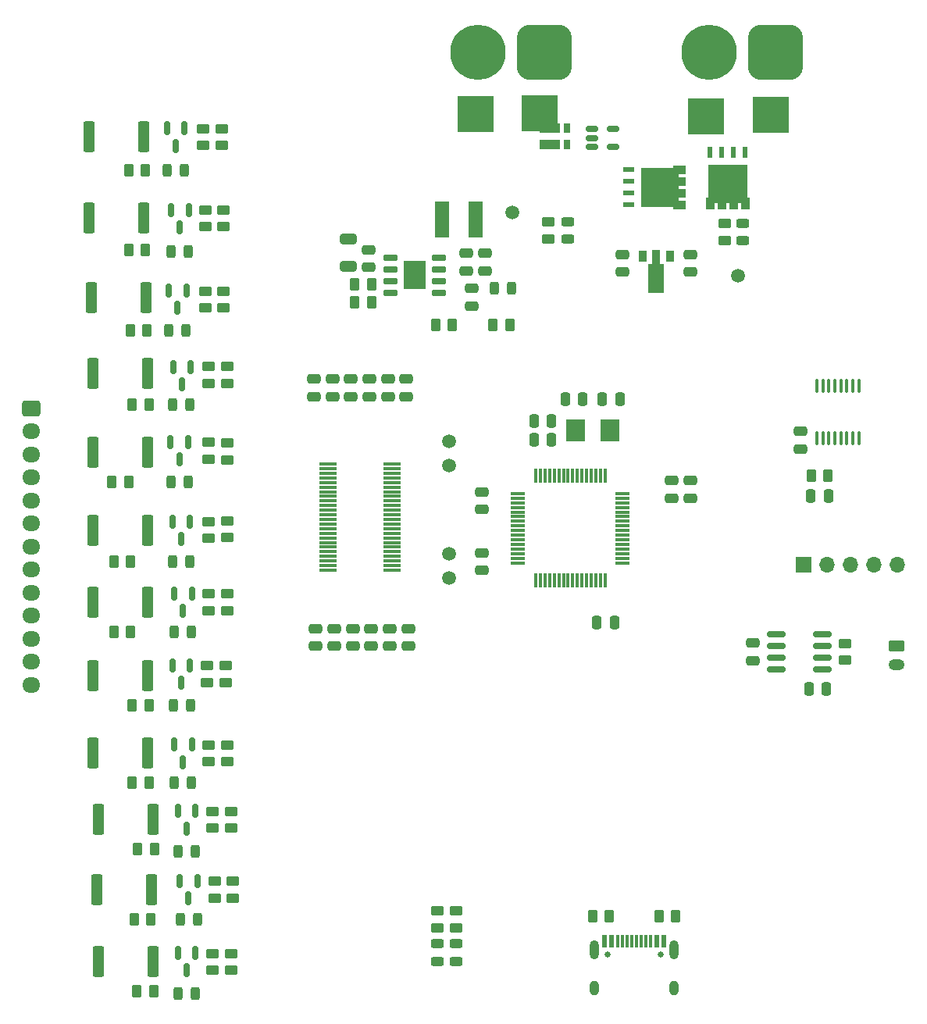
<source format=gbr>
%TF.GenerationSoftware,KiCad,Pcbnew,(6.0.7-1)-1*%
%TF.CreationDate,2022-08-24T14:53:57+02:00*%
%TF.ProjectId,Flux_BMS,466c7578-5f42-44d5-932e-6b696361645f,rev?*%
%TF.SameCoordinates,Original*%
%TF.FileFunction,Soldermask,Top*%
%TF.FilePolarity,Negative*%
%FSLAX46Y46*%
G04 Gerber Fmt 4.6, Leading zero omitted, Abs format (unit mm)*
G04 Created by KiCad (PCBNEW (6.0.7-1)-1) date 2022-08-24 14:53:57*
%MOMM*%
%LPD*%
G01*
G04 APERTURE LIST*
G04 Aperture macros list*
%AMRoundRect*
0 Rectangle with rounded corners*
0 $1 Rounding radius*
0 $2 $3 $4 $5 $6 $7 $8 $9 X,Y pos of 4 corners*
0 Add a 4 corners polygon primitive as box body*
4,1,4,$2,$3,$4,$5,$6,$7,$8,$9,$2,$3,0*
0 Add four circle primitives for the rounded corners*
1,1,$1+$1,$2,$3*
1,1,$1+$1,$4,$5*
1,1,$1+$1,$6,$7*
1,1,$1+$1,$8,$9*
0 Add four rect primitives between the rounded corners*
20,1,$1+$1,$2,$3,$4,$5,0*
20,1,$1+$1,$4,$5,$6,$7,0*
20,1,$1+$1,$6,$7,$8,$9,0*
20,1,$1+$1,$8,$9,$2,$3,0*%
%AMFreePoly0*
4,1,9,3.862500,-0.866500,0.737500,-0.866500,0.737500,-0.450000,-0.737500,-0.450000,-0.737500,0.450000,0.737500,0.450000,0.737500,0.866500,3.862500,0.866500,3.862500,-0.866500,3.862500,-0.866500,$1*%
G04 Aperture macros list end*
%ADD10C,0.010000*%
%ADD11RoundRect,0.243750X0.456250X-0.243750X0.456250X0.243750X-0.456250X0.243750X-0.456250X-0.243750X0*%
%ADD12RoundRect,0.250000X-0.450000X0.262500X-0.450000X-0.262500X0.450000X-0.262500X0.450000X0.262500X0*%
%ADD13C,1.500000*%
%ADD14RoundRect,0.250000X-0.362500X-1.425000X0.362500X-1.425000X0.362500X1.425000X-0.362500X1.425000X0*%
%ADD15RoundRect,0.150000X-0.650000X-0.150000X0.650000X-0.150000X0.650000X0.150000X-0.650000X0.150000X0*%
%ADD16R,2.410000X3.100000*%
%ADD17RoundRect,1.500000X1.500000X1.500000X-1.500000X1.500000X-1.500000X-1.500000X1.500000X-1.500000X0*%
%ADD18C,6.000000*%
%ADD19RoundRect,0.250000X0.650000X-0.325000X0.650000X0.325000X-0.650000X0.325000X-0.650000X-0.325000X0*%
%ADD20RoundRect,0.250000X-0.250000X-0.475000X0.250000X-0.475000X0.250000X0.475000X-0.250000X0.475000X0*%
%ADD21RoundRect,0.250000X-0.725000X0.600000X-0.725000X-0.600000X0.725000X-0.600000X0.725000X0.600000X0*%
%ADD22O,1.950000X1.700000*%
%ADD23RoundRect,0.250000X-0.262500X-0.450000X0.262500X-0.450000X0.262500X0.450000X-0.262500X0.450000X0*%
%ADD24RoundRect,0.250000X-0.475000X0.250000X-0.475000X-0.250000X0.475000X-0.250000X0.475000X0.250000X0*%
%ADD25R,2.287000X1.010000*%
%ADD26R,0.762000X1.010000*%
%ADD27C,0.600000*%
%ADD28R,4.000000X4.000000*%
%ADD29RoundRect,0.250000X0.450000X-0.262500X0.450000X0.262500X-0.450000X0.262500X-0.450000X-0.262500X0*%
%ADD30C,0.650000*%
%ADD31R,0.600000X1.450000*%
%ADD32R,0.300000X1.450000*%
%ADD33O,1.000000X1.600000*%
%ADD34O,1.000000X2.100000*%
%ADD35RoundRect,0.150000X-0.150000X0.587500X-0.150000X-0.587500X0.150000X-0.587500X0.150000X0.587500X0*%
%ADD36RoundRect,0.243750X-0.243750X-0.456250X0.243750X-0.456250X0.243750X0.456250X-0.243750X0.456250X0*%
%ADD37R,0.610000X1.270000*%
%ADD38RoundRect,0.250000X0.475000X-0.250000X0.475000X0.250000X-0.475000X0.250000X-0.475000X-0.250000X0*%
%ADD39RoundRect,0.150000X-0.825000X-0.150000X0.825000X-0.150000X0.825000X0.150000X-0.825000X0.150000X0*%
%ADD40RoundRect,0.250000X0.250000X0.475000X-0.250000X0.475000X-0.250000X-0.475000X0.250000X-0.475000X0*%
%ADD41RoundRect,0.250000X0.262500X0.450000X-0.262500X0.450000X-0.262500X-0.450000X0.262500X-0.450000X0*%
%ADD42R,0.900000X1.300000*%
%ADD43FreePoly0,270.000000*%
%ADD44RoundRect,0.100000X0.100000X-0.637500X0.100000X0.637500X-0.100000X0.637500X-0.100000X-0.637500X0*%
%ADD45R,2.000000X2.400000*%
%ADD46R,1.700000X1.700000*%
%ADD47O,1.700000X1.700000*%
%ADD48R,1.270000X0.610000*%
%ADD49RoundRect,0.075000X-0.875000X-0.075000X0.875000X-0.075000X0.875000X0.075000X-0.875000X0.075000X0*%
%ADD50R,1.500000X4.000000*%
%ADD51RoundRect,0.075000X-0.075000X0.700000X-0.075000X-0.700000X0.075000X-0.700000X0.075000X0.700000X0*%
%ADD52RoundRect,0.075000X-0.700000X0.075000X-0.700000X-0.075000X0.700000X-0.075000X0.700000X0.075000X0*%
%ADD53RoundRect,0.250000X-0.625000X0.350000X-0.625000X-0.350000X0.625000X-0.350000X0.625000X0.350000X0*%
%ADD54O,1.750000X1.200000*%
%ADD55RoundRect,0.150000X-0.512500X-0.150000X0.512500X-0.150000X0.512500X0.150000X-0.512500X0.150000X0*%
G04 APERTURE END LIST*
%TO.C,Q14*%
G36*
X156455000Y-61550000D02*
G01*
X156710000Y-61550000D01*
X156710000Y-62770000D01*
X155900000Y-62770000D01*
X155900000Y-62060000D01*
X155440000Y-62060000D01*
X155440000Y-62770000D01*
X154630000Y-62770000D01*
X154630000Y-62060000D01*
X154170000Y-62060000D01*
X154170000Y-62770000D01*
X153360000Y-62770000D01*
X153360000Y-62060000D01*
X152900000Y-62060000D01*
X152900000Y-62770000D01*
X152090000Y-62770000D01*
X152090000Y-61550000D01*
X152345000Y-61550000D01*
X152345000Y-58050000D01*
X156455000Y-58050000D01*
X156455000Y-61550000D01*
G37*
D10*
X156455000Y-61550000D02*
X156710000Y-61550000D01*
X156710000Y-62770000D01*
X155900000Y-62770000D01*
X155900000Y-62060000D01*
X155440000Y-62060000D01*
X155440000Y-62770000D01*
X154630000Y-62770000D01*
X154630000Y-62060000D01*
X154170000Y-62060000D01*
X154170000Y-62770000D01*
X153360000Y-62770000D01*
X153360000Y-62060000D01*
X152900000Y-62060000D01*
X152900000Y-62770000D01*
X152090000Y-62770000D01*
X152090000Y-61550000D01*
X152345000Y-61550000D01*
X152345000Y-58050000D01*
X156455000Y-58050000D01*
X156455000Y-61550000D01*
%TO.C,Q13*%
G36*
X149770000Y-58900000D02*
G01*
X149060000Y-58900000D01*
X149060000Y-59360000D01*
X149770000Y-59360000D01*
X149770000Y-60170000D01*
X149060000Y-60170000D01*
X149060000Y-60630000D01*
X149770000Y-60630000D01*
X149770000Y-61440000D01*
X149060000Y-61440000D01*
X149060000Y-61900000D01*
X149770000Y-61900000D01*
X149770000Y-62710000D01*
X148550000Y-62710000D01*
X148550000Y-62455000D01*
X145050000Y-62455000D01*
X145050000Y-58345000D01*
X148550000Y-58345000D01*
X148550000Y-58090000D01*
X149770000Y-58090000D01*
X149770000Y-58900000D01*
G37*
X149770000Y-58900000D02*
X149060000Y-58900000D01*
X149060000Y-59360000D01*
X149770000Y-59360000D01*
X149770000Y-60170000D01*
X149060000Y-60170000D01*
X149060000Y-60630000D01*
X149770000Y-60630000D01*
X149770000Y-61440000D01*
X149060000Y-61440000D01*
X149060000Y-61900000D01*
X149770000Y-61900000D01*
X149770000Y-62710000D01*
X148550000Y-62710000D01*
X148550000Y-62455000D01*
X145050000Y-62455000D01*
X145050000Y-58345000D01*
X148550000Y-58345000D01*
X148550000Y-58090000D01*
X149770000Y-58090000D01*
X149770000Y-58900000D01*
%TD*%
D11*
%TO.C,D16*%
X156100000Y-66237500D03*
X156100000Y-64362500D03*
%TD*%
D12*
%TO.C,R20*%
X99600000Y-54087500D03*
X99600000Y-55912500D03*
%TD*%
D13*
%TO.C,TP1*%
X131105000Y-63150000D03*
%TD*%
D14*
%TO.C,R3*%
X85437500Y-72400000D03*
X91362500Y-72400000D03*
%TD*%
D15*
%TO.C,U7*%
X117855000Y-68045000D03*
X117855000Y-69315000D03*
X117855000Y-70585000D03*
X117855000Y-71855000D03*
X123155000Y-71855000D03*
X123155000Y-70585000D03*
X123155000Y-69315000D03*
X123155000Y-68045000D03*
D16*
X120505000Y-69950000D03*
%TD*%
D11*
%TO.C,D2*%
X125010000Y-144337500D03*
X125010000Y-142462500D03*
%TD*%
D17*
%TO.C,J6*%
X159600000Y-45800000D03*
D18*
X152400000Y-45800000D03*
%TD*%
D19*
%TO.C,C33*%
X113305000Y-69025000D03*
X113305000Y-66075000D03*
%TD*%
D20*
%TO.C,C15*%
X136850000Y-83400000D03*
X138750000Y-83400000D03*
%TD*%
D21*
%TO.C,J1*%
X78925000Y-84400000D03*
D22*
X78925000Y-86900000D03*
X78925000Y-89400000D03*
X78925000Y-91900000D03*
X78925000Y-94400000D03*
X78925000Y-96900000D03*
X78925000Y-99400000D03*
X78925000Y-101900000D03*
X78925000Y-104400000D03*
X78925000Y-106900000D03*
X78925000Y-109400000D03*
X78925000Y-111900000D03*
X78925000Y-114400000D03*
%TD*%
D23*
%TO.C,R42*%
X89887500Y-84000000D03*
X91712500Y-84000000D03*
%TD*%
D12*
%TO.C,R35*%
X100200000Y-120887500D03*
X100200000Y-122712500D03*
%TD*%
D13*
%TO.C,TP2*%
X124200000Y-100200000D03*
%TD*%
D23*
%TO.C,R51*%
X89487500Y-67200000D03*
X91312500Y-67200000D03*
%TD*%
D24*
%TO.C,C38*%
X143000000Y-67750000D03*
X143000000Y-69650000D03*
%TD*%
D25*
%TO.C,R67*%
X135128000Y-54015000D03*
D26*
X137034000Y-54015000D03*
X137034000Y-55785000D03*
D25*
X135128500Y-55785000D03*
%TD*%
D12*
%TO.C,R2*%
X99800000Y-71687500D03*
X99800000Y-73512500D03*
%TD*%
D27*
%TO.C,TP7*%
X133600000Y-52960000D03*
X135600000Y-53960000D03*
X132600000Y-52960000D03*
X134600000Y-52960000D03*
X133600000Y-53960000D03*
X134600000Y-53960000D03*
X133600000Y-51960000D03*
X132600000Y-51960000D03*
X134600000Y-50960000D03*
X135600000Y-50960000D03*
X135600000Y-52960000D03*
D28*
X134100000Y-52460000D03*
D27*
X132600000Y-50960000D03*
X135600000Y-51960000D03*
X134600000Y-51960000D03*
X133600000Y-50960000D03*
X132600000Y-53960000D03*
%TD*%
D29*
%TO.C,R59*%
X154100000Y-66212500D03*
X154100000Y-64387500D03*
%TD*%
D12*
%TO.C,R32*%
X99800000Y-62887500D03*
X99800000Y-64712500D03*
%TD*%
%TO.C,R14*%
X100200000Y-104487500D03*
X100200000Y-106312500D03*
%TD*%
D14*
%TO.C,R33*%
X85237500Y-63800000D03*
X91162500Y-63800000D03*
%TD*%
D30*
%TO.C,J5*%
X147190000Y-143600000D03*
X141410000Y-143600000D03*
D31*
X141050000Y-142155000D03*
X141850000Y-142155000D03*
D32*
X143050000Y-142155000D03*
X144050000Y-142155000D03*
X144550000Y-142155000D03*
X145550000Y-142155000D03*
D31*
X146750000Y-142155000D03*
X147550000Y-142155000D03*
X147550000Y-142155000D03*
X146750000Y-142155000D03*
D32*
X146050000Y-142155000D03*
X145050000Y-142155000D03*
X143550000Y-142155000D03*
X142550000Y-142155000D03*
D31*
X141850000Y-142155000D03*
X141050000Y-142155000D03*
D33*
X139980000Y-147250000D03*
D34*
X148620000Y-143070000D03*
X139980000Y-143070000D03*
D33*
X148620000Y-147250000D03*
%TD*%
D35*
%TO.C,Q7*%
X95550000Y-54062500D03*
X93650000Y-54062500D03*
X94600000Y-55937500D03*
%TD*%
D36*
%TO.C,D3*%
X93862500Y-76000000D03*
X95737500Y-76000000D03*
%TD*%
D37*
%TO.C,Q14*%
X153765000Y-56695000D03*
X155035000Y-56695000D03*
X156305000Y-56695000D03*
X152495000Y-56695000D03*
%TD*%
D38*
%TO.C,C4*%
X119600000Y-83150000D03*
X119600000Y-81250000D03*
%TD*%
D20*
%TO.C,C24*%
X163250000Y-114800000D03*
X165150000Y-114800000D03*
%TD*%
D35*
%TO.C,Q12*%
X96350000Y-120862500D03*
X94450000Y-120862500D03*
X95400000Y-122737500D03*
%TD*%
D39*
%TO.C,U4*%
X159725000Y-108895000D03*
X159725000Y-110165000D03*
X159725000Y-111435000D03*
X159725000Y-112705000D03*
X164675000Y-112705000D03*
X164675000Y-111435000D03*
X164675000Y-110165000D03*
X164675000Y-108895000D03*
%TD*%
D35*
%TO.C,Q5*%
X96350000Y-104462500D03*
X94450000Y-104462500D03*
X95400000Y-106337500D03*
%TD*%
D14*
%TO.C,R9*%
X85637500Y-89200000D03*
X91562500Y-89200000D03*
%TD*%
D20*
%TO.C,C20*%
X133450000Y-87800000D03*
X135350000Y-87800000D03*
%TD*%
D40*
%TO.C,C13*%
X142750000Y-83400000D03*
X140850000Y-83400000D03*
%TD*%
D23*
%TO.C,R65*%
X146987500Y-139500000D03*
X148812500Y-139500000D03*
%TD*%
D14*
%TO.C,R27*%
X86037500Y-136600000D03*
X91962500Y-136600000D03*
%TD*%
D36*
%TO.C,D15*%
X129167500Y-71350000D03*
X131042500Y-71350000D03*
%TD*%
D20*
%TO.C,C22*%
X163449159Y-93869520D03*
X165349159Y-93869520D03*
%TD*%
D24*
%TO.C,C35*%
X126705000Y-71400000D03*
X126705000Y-73300000D03*
%TD*%
D12*
%TO.C,R8*%
X100200000Y-88175000D03*
X100200000Y-90000000D03*
%TD*%
D11*
%TO.C,D1*%
X123000000Y-144337500D03*
X123000000Y-142462500D03*
%TD*%
D12*
%TO.C,R5*%
X100200000Y-79887500D03*
X100200000Y-81712500D03*
%TD*%
D14*
%TO.C,R15*%
X85637500Y-105400000D03*
X91562500Y-105400000D03*
%TD*%
D23*
%TO.C,R41*%
X89687500Y-76000000D03*
X91512500Y-76000000D03*
%TD*%
%TO.C,R49*%
X90087500Y-139800000D03*
X91912500Y-139800000D03*
%TD*%
D14*
%TO.C,R30*%
X86237500Y-144400000D03*
X92162500Y-144400000D03*
%TD*%
D41*
%TO.C,R58*%
X124617500Y-75350000D03*
X122792500Y-75350000D03*
%TD*%
D14*
%TO.C,R18*%
X85637500Y-113400000D03*
X91562500Y-113400000D03*
%TD*%
D35*
%TO.C,Q11*%
X96012500Y-62912500D03*
X94112500Y-62912500D03*
X95062500Y-64787500D03*
%TD*%
D42*
%TO.C,U8*%
X148200000Y-67912500D03*
D43*
X146700000Y-68000000D03*
D42*
X145200000Y-67912500D03*
%TD*%
D11*
%TO.C,D17*%
X137100000Y-66037500D03*
X137100000Y-64162500D03*
%TD*%
D13*
%TO.C,TP3*%
X124200000Y-102800000D03*
%TD*%
D24*
%TO.C,C9*%
X109800000Y-108300000D03*
X109800000Y-110200000D03*
%TD*%
D27*
%TO.C,TP10*%
X160600000Y-54125000D03*
X159600000Y-53125000D03*
X157600000Y-51125000D03*
X159600000Y-51125000D03*
X158600000Y-51125000D03*
X160600000Y-51125000D03*
X157600000Y-53125000D03*
D28*
X159100000Y-52625000D03*
D27*
X159600000Y-52125000D03*
X159600000Y-54125000D03*
X160600000Y-53125000D03*
X158600000Y-53125000D03*
X158600000Y-54125000D03*
X158600000Y-52125000D03*
X157600000Y-52125000D03*
X157600000Y-54125000D03*
X160600000Y-52125000D03*
%TD*%
D24*
%TO.C,C8*%
X111800000Y-108300000D03*
X111800000Y-110200000D03*
%TD*%
D29*
%TO.C,R19*%
X97600000Y-55912500D03*
X97600000Y-54087500D03*
%TD*%
D36*
%TO.C,D10*%
X94862500Y-132400000D03*
X96737500Y-132400000D03*
%TD*%
D23*
%TO.C,R55*%
X113992500Y-70950000D03*
X115817500Y-70950000D03*
%TD*%
D24*
%TO.C,C5*%
X117800000Y-108300000D03*
X117800000Y-110200000D03*
%TD*%
D36*
%TO.C,D12*%
X94862500Y-147800000D03*
X96737500Y-147800000D03*
%TD*%
D44*
%TO.C,U3*%
X164124159Y-87662020D03*
X164774159Y-87662020D03*
X165424159Y-87662020D03*
X166074159Y-87662020D03*
X166724159Y-87662020D03*
X167374159Y-87662020D03*
X168024159Y-87662020D03*
X168674159Y-87662020D03*
X168674159Y-81937020D03*
X168024159Y-81937020D03*
X167374159Y-81937020D03*
X166724159Y-81937020D03*
X166074159Y-81937020D03*
X165424159Y-81937020D03*
X164774159Y-81937020D03*
X164124159Y-81937020D03*
%TD*%
D36*
%TO.C,D13*%
X94062500Y-67400000D03*
X95937500Y-67400000D03*
%TD*%
D29*
%TO.C,R16*%
X98000000Y-114112500D03*
X98000000Y-112287500D03*
%TD*%
D38*
%TO.C,C7*%
X109600000Y-83150000D03*
X109600000Y-81250000D03*
%TD*%
D12*
%TO.C,R40*%
X167200000Y-109887500D03*
X167200000Y-111712500D03*
%TD*%
D35*
%TO.C,Q4*%
X96150000Y-96662500D03*
X94250000Y-96662500D03*
X95200000Y-98537500D03*
%TD*%
%TO.C,Q3*%
X95950000Y-88062500D03*
X94050000Y-88062500D03*
X95000000Y-89937500D03*
%TD*%
D29*
%TO.C,R60*%
X135000000Y-66012500D03*
X135000000Y-64187500D03*
%TD*%
D12*
%TO.C,R17*%
X100000000Y-112287500D03*
X100000000Y-114112500D03*
%TD*%
D29*
%TO.C,R13*%
X98200000Y-106312500D03*
X98200000Y-104487500D03*
%TD*%
D35*
%TO.C,Q6*%
X96150000Y-112262500D03*
X94250000Y-112262500D03*
X95200000Y-114137500D03*
%TD*%
D45*
%TO.C,X1*%
X137950000Y-86800000D03*
X141650000Y-86800000D03*
%TD*%
D29*
%TO.C,R10*%
X98200000Y-98512500D03*
X98200000Y-96687500D03*
%TD*%
D46*
%TO.C,J4*%
X162700000Y-101400000D03*
D47*
X165240000Y-101400000D03*
X167780000Y-101400000D03*
X170320000Y-101400000D03*
X172860000Y-101400000D03*
%TD*%
D36*
%TO.C,D6*%
X94262500Y-101000000D03*
X96137500Y-101000000D03*
%TD*%
D23*
%TO.C,R45*%
X87887500Y-108600000D03*
X89712500Y-108600000D03*
%TD*%
D36*
%TO.C,D11*%
X95125000Y-139800000D03*
X97000000Y-139800000D03*
%TD*%
D38*
%TO.C,C34*%
X115505000Y-69100000D03*
X115505000Y-67200000D03*
%TD*%
D27*
%TO.C,TP9*%
X152600000Y-53225000D03*
X153600000Y-54225000D03*
X151600000Y-53225000D03*
X151600000Y-54225000D03*
X150600000Y-52225000D03*
X150600000Y-51225000D03*
X152600000Y-54225000D03*
X150600000Y-54225000D03*
X153600000Y-53225000D03*
X150600000Y-53225000D03*
X153600000Y-51225000D03*
X152600000Y-52225000D03*
X152600000Y-51225000D03*
X153600000Y-52225000D03*
X151600000Y-52225000D03*
D28*
X152100000Y-52725000D03*
D27*
X151600000Y-51225000D03*
%TD*%
D24*
%TO.C,C12*%
X113800000Y-108300000D03*
X113800000Y-110200000D03*
%TD*%
D41*
%TO.C,R57*%
X130817500Y-75350000D03*
X128992500Y-75350000D03*
%TD*%
D38*
%TO.C,C16*%
X127800000Y-95350000D03*
X127800000Y-93450000D03*
%TD*%
D23*
%TO.C,R43*%
X87687500Y-92400000D03*
X89512500Y-92400000D03*
%TD*%
D41*
%TO.C,R66*%
X141612500Y-139500000D03*
X139787500Y-139500000D03*
%TD*%
D35*
%TO.C,Q10*%
X96750000Y-143462500D03*
X94850000Y-143462500D03*
X95800000Y-145337500D03*
%TD*%
D12*
%TO.C,R11*%
X100200000Y-96600000D03*
X100200000Y-98425000D03*
%TD*%
D14*
%TO.C,R21*%
X85237500Y-55000000D03*
X91162500Y-55000000D03*
%TD*%
D29*
%TO.C,R34*%
X98200000Y-122712500D03*
X98200000Y-120887500D03*
%TD*%
D13*
%TO.C,TP8*%
X155600000Y-70000000D03*
%TD*%
D38*
%TO.C,C36*%
X126105000Y-69500000D03*
X126105000Y-67600000D03*
%TD*%
D14*
%TO.C,R24*%
X86237500Y-129000000D03*
X92162500Y-129000000D03*
%TD*%
D48*
%TO.C,Q13*%
X143695000Y-58495000D03*
X143695000Y-61035000D03*
X143695000Y-59765000D03*
X143695000Y-62305000D03*
%TD*%
D14*
%TO.C,R36*%
X85637500Y-121800000D03*
X91562500Y-121800000D03*
%TD*%
D13*
%TO.C,TP4*%
X124200000Y-88000000D03*
%TD*%
D49*
%TO.C,U1*%
X111100000Y-90450000D03*
X111100000Y-90950000D03*
X111100000Y-91450000D03*
X111100000Y-91950000D03*
X111100000Y-92450000D03*
X111100000Y-92950000D03*
X111100000Y-93450000D03*
X111100000Y-93950000D03*
X111100000Y-94450000D03*
X111100000Y-94950000D03*
X111100000Y-95450000D03*
X111100000Y-95950000D03*
X111100000Y-96450000D03*
X111100000Y-96950000D03*
X111100000Y-97450000D03*
X111100000Y-97950000D03*
X111100000Y-98450000D03*
X111100000Y-98950000D03*
X111100000Y-99450000D03*
X111100000Y-99950000D03*
X111100000Y-100450000D03*
X111100000Y-100950000D03*
X111100000Y-101450000D03*
X111100000Y-101950000D03*
X118100000Y-101950000D03*
X118100000Y-101450000D03*
X118100000Y-100950000D03*
X118100000Y-100450000D03*
X118100000Y-99950000D03*
X118100000Y-99450000D03*
X118100000Y-98950000D03*
X118100000Y-98450000D03*
X118100000Y-97950000D03*
X118100000Y-97450000D03*
X118100000Y-96950000D03*
X118100000Y-96450000D03*
X118100000Y-95950000D03*
X118100000Y-95450000D03*
X118100000Y-94950000D03*
X118100000Y-94450000D03*
X118100000Y-93950000D03*
X118100000Y-93450000D03*
X118100000Y-92950000D03*
X118100000Y-92450000D03*
X118100000Y-91950000D03*
X118100000Y-91450000D03*
X118100000Y-90950000D03*
X118100000Y-90450000D03*
%TD*%
D20*
%TO.C,C21*%
X133450000Y-85800000D03*
X135350000Y-85800000D03*
%TD*%
D12*
%TO.C,R38*%
X125000000Y-138887500D03*
X125000000Y-140712500D03*
%TD*%
D36*
%TO.C,D5*%
X94062500Y-92400000D03*
X95937500Y-92400000D03*
%TD*%
D29*
%TO.C,R25*%
X98800000Y-137512500D03*
X98800000Y-135687500D03*
%TD*%
D13*
%TO.C,TP5*%
X124200000Y-90600000D03*
%TD*%
D50*
%TO.C,L2*%
X123505000Y-63950000D03*
X127105000Y-63950000D03*
%TD*%
D23*
%TO.C,R48*%
X90487500Y-132200000D03*
X92312500Y-132200000D03*
%TD*%
D38*
%TO.C,C10*%
X119800000Y-110200000D03*
X119800000Y-108300000D03*
%TD*%
D51*
%TO.C,U2*%
X141150000Y-91725000D03*
X140650000Y-91725000D03*
X140150000Y-91725000D03*
X139650000Y-91725000D03*
X139150000Y-91725000D03*
X138650000Y-91725000D03*
X138150000Y-91725000D03*
X137650000Y-91725000D03*
X137150000Y-91725000D03*
X136650000Y-91725000D03*
X136150000Y-91725000D03*
X135650000Y-91725000D03*
X135150000Y-91725000D03*
X134650000Y-91725000D03*
X134150000Y-91725000D03*
X133650000Y-91725000D03*
D52*
X131725000Y-93650000D03*
X131725000Y-94150000D03*
X131725000Y-94650000D03*
X131725000Y-95150000D03*
X131725000Y-95650000D03*
X131725000Y-96150000D03*
X131725000Y-96650000D03*
X131725000Y-97150000D03*
X131725000Y-97650000D03*
X131725000Y-98150000D03*
X131725000Y-98650000D03*
X131725000Y-99150000D03*
X131725000Y-99650000D03*
X131725000Y-100150000D03*
X131725000Y-100650000D03*
X131725000Y-101150000D03*
D51*
X133650000Y-103075000D03*
X134150000Y-103075000D03*
X134650000Y-103075000D03*
X135150000Y-103075000D03*
X135650000Y-103075000D03*
X136150000Y-103075000D03*
X136650000Y-103075000D03*
X137150000Y-103075000D03*
X137650000Y-103075000D03*
X138150000Y-103075000D03*
X138650000Y-103075000D03*
X139150000Y-103075000D03*
X139650000Y-103075000D03*
X140150000Y-103075000D03*
X140650000Y-103075000D03*
X141150000Y-103075000D03*
D52*
X143075000Y-101150000D03*
X143075000Y-100650000D03*
X143075000Y-100150000D03*
X143075000Y-99650000D03*
X143075000Y-99150000D03*
X143075000Y-98650000D03*
X143075000Y-98150000D03*
X143075000Y-97650000D03*
X143075000Y-97150000D03*
X143075000Y-96650000D03*
X143075000Y-96150000D03*
X143075000Y-95650000D03*
X143075000Y-95150000D03*
X143075000Y-94650000D03*
X143075000Y-94150000D03*
X143075000Y-93650000D03*
%TD*%
D38*
%TO.C,C17*%
X127800000Y-101950000D03*
X127800000Y-100050000D03*
%TD*%
D12*
%TO.C,R23*%
X100600000Y-128087500D03*
X100600000Y-129912500D03*
%TD*%
D23*
%TO.C,R56*%
X113992500Y-72950000D03*
X115817500Y-72950000D03*
%TD*%
D36*
%TO.C,D9*%
X93662500Y-58600000D03*
X95537500Y-58600000D03*
%TD*%
D29*
%TO.C,R28*%
X98600000Y-145312500D03*
X98600000Y-143487500D03*
%TD*%
%TO.C,R22*%
X98600000Y-129912500D03*
X98600000Y-128087500D03*
%TD*%
D23*
%TO.C,R52*%
X89887500Y-125000000D03*
X91712500Y-125000000D03*
%TD*%
%TO.C,R47*%
X89487500Y-58600000D03*
X91312500Y-58600000D03*
%TD*%
D53*
%TO.C,J2*%
X172750000Y-110200000D03*
D54*
X172750000Y-112200000D03*
%TD*%
D24*
%TO.C,C14*%
X148400000Y-92250000D03*
X148400000Y-94150000D03*
%TD*%
D29*
%TO.C,R4*%
X98200000Y-81712500D03*
X98200000Y-79887500D03*
%TD*%
D35*
%TO.C,Q9*%
X96950000Y-135662500D03*
X95050000Y-135662500D03*
X96000000Y-137537500D03*
%TD*%
D12*
%TO.C,R37*%
X123000000Y-138887500D03*
X123000000Y-140712500D03*
%TD*%
D29*
%TO.C,R1*%
X97800000Y-73512500D03*
X97800000Y-71687500D03*
%TD*%
D23*
%TO.C,R39*%
X163486659Y-91669520D03*
X165311659Y-91669520D03*
%TD*%
%TO.C,R46*%
X89887500Y-116600000D03*
X91712500Y-116600000D03*
%TD*%
D38*
%TO.C,C3*%
X117600000Y-83150000D03*
X117600000Y-81250000D03*
%TD*%
D35*
%TO.C,Q2*%
X96212500Y-79912500D03*
X94312500Y-79912500D03*
X95262500Y-81787500D03*
%TD*%
D36*
%TO.C,D8*%
X94325000Y-116600000D03*
X96200000Y-116600000D03*
%TD*%
D35*
%TO.C,Q8*%
X96750000Y-128062500D03*
X94850000Y-128062500D03*
X95800000Y-129937500D03*
%TD*%
D17*
%TO.C,J3*%
X134600000Y-45800000D03*
D18*
X127400000Y-45800000D03*
%TD*%
D14*
%TO.C,R12*%
X85637500Y-97600000D03*
X91562500Y-97600000D03*
%TD*%
D38*
%TO.C,C1*%
X113600000Y-83150000D03*
X113600000Y-81250000D03*
%TD*%
%TO.C,C23*%
X162299159Y-88819520D03*
X162299159Y-86919520D03*
%TD*%
D24*
%TO.C,C6*%
X115800000Y-108300000D03*
X115800000Y-110200000D03*
%TD*%
D29*
%TO.C,R7*%
X98200000Y-89912500D03*
X98200000Y-88087500D03*
%TD*%
D38*
%TO.C,C25*%
X157200000Y-111750000D03*
X157200000Y-109850000D03*
%TD*%
D12*
%TO.C,R26*%
X100800000Y-135687500D03*
X100800000Y-137512500D03*
%TD*%
D36*
%TO.C,D7*%
X94462500Y-108600000D03*
X96337500Y-108600000D03*
%TD*%
D29*
%TO.C,R31*%
X97800000Y-64712500D03*
X97800000Y-62887500D03*
%TD*%
D24*
%TO.C,C39*%
X150400000Y-67750000D03*
X150400000Y-69650000D03*
%TD*%
D23*
%TO.C,R44*%
X87887500Y-101000000D03*
X89712500Y-101000000D03*
%TD*%
D36*
%TO.C,D4*%
X94262500Y-84000000D03*
X96137500Y-84000000D03*
%TD*%
D55*
%TO.C,U9*%
X139762500Y-54150000D03*
X139762500Y-55100000D03*
X139762500Y-56050000D03*
X142037500Y-56050000D03*
X142037500Y-54150000D03*
%TD*%
D35*
%TO.C,Q1*%
X95750000Y-71662500D03*
X93850000Y-71662500D03*
X94800000Y-73537500D03*
%TD*%
D40*
%TO.C,C18*%
X142150000Y-107600000D03*
X140250000Y-107600000D03*
%TD*%
D23*
%TO.C,R50*%
X90375000Y-147600000D03*
X92200000Y-147600000D03*
%TD*%
D38*
%TO.C,C2*%
X115600000Y-83150000D03*
X115600000Y-81250000D03*
%TD*%
D12*
%TO.C,R29*%
X100600000Y-143487500D03*
X100600000Y-145312500D03*
%TD*%
D24*
%TO.C,C19*%
X150400000Y-92250000D03*
X150400000Y-94150000D03*
%TD*%
D14*
%TO.C,R6*%
X85637500Y-80600000D03*
X91562500Y-80600000D03*
%TD*%
D24*
%TO.C,C37*%
X128105000Y-67600000D03*
X128105000Y-69500000D03*
%TD*%
D36*
%TO.C,D14*%
X94462500Y-125000000D03*
X96337500Y-125000000D03*
%TD*%
D38*
%TO.C,C11*%
X111600000Y-83150000D03*
X111600000Y-81250000D03*
%TD*%
D27*
%TO.C,TP6*%
X128600000Y-51975000D03*
X125600000Y-51975000D03*
X126600000Y-53975000D03*
D28*
X127100000Y-52475000D03*
D27*
X126600000Y-52975000D03*
X125600000Y-52975000D03*
X128600000Y-50975000D03*
X127600000Y-51975000D03*
X128600000Y-52975000D03*
X127600000Y-52975000D03*
X126600000Y-51975000D03*
X127600000Y-53975000D03*
X126600000Y-50975000D03*
X127600000Y-50975000D03*
X125600000Y-50975000D03*
X125600000Y-53975000D03*
X128600000Y-53975000D03*
%TD*%
M02*

</source>
